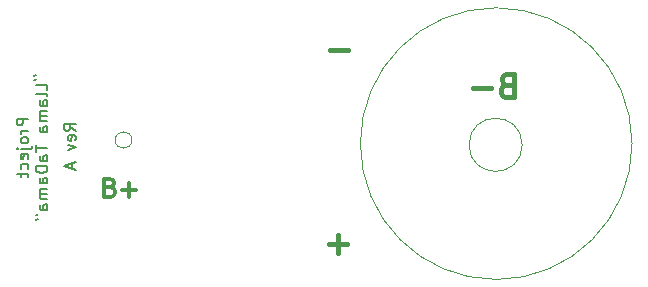
<source format=gbr>
%TF.GenerationSoftware,KiCad,Pcbnew,(6.0.0-rc1-314-g10be483430)*%
%TF.CreationDate,2021-12-09T18:24:32+11:00*%
%TF.ProjectId,project_llama,70726f6a-6563-4745-9f6c-6c616d612e6b,rev?*%
%TF.SameCoordinates,Original*%
%TF.FileFunction,Legend,Bot*%
%TF.FilePolarity,Positive*%
%FSLAX46Y46*%
G04 Gerber Fmt 4.6, Leading zero omitted, Abs format (unit mm)*
G04 Created by KiCad (PCBNEW (6.0.0-rc1-314-g10be483430)) date 2021-12-09 18:24:32*
%MOMM*%
%LPD*%
G01*
G04 APERTURE LIST*
%ADD10C,0.120000*%
%ADD11C,0.450000*%
%ADD12C,0.200000*%
%ADD13C,0.300000*%
G04 APERTURE END LIST*
D10*
X233051739Y-39900000D02*
G75*
G03*
X233051739Y-39900000I-11501739J0D01*
G01*
D11*
X208931904Y-48432857D02*
X207408095Y-48432857D01*
X208170000Y-49194761D02*
X208170000Y-47670952D01*
X222405238Y-34917142D02*
X222119523Y-35012380D01*
X222024285Y-35107619D01*
X221929047Y-35298095D01*
X221929047Y-35583809D01*
X222024285Y-35774285D01*
X222119523Y-35869523D01*
X222310000Y-35964761D01*
X223071904Y-35964761D01*
X223071904Y-33964761D01*
X222405238Y-33964761D01*
X222214761Y-34060000D01*
X222119523Y-34155238D01*
X222024285Y-34345714D01*
X222024285Y-34536190D01*
X222119523Y-34726666D01*
X222214761Y-34821904D01*
X222405238Y-34917142D01*
X223071904Y-34917142D01*
X221071904Y-35202857D02*
X219548095Y-35202857D01*
X208971904Y-31962857D02*
X207448095Y-31962857D01*
D12*
X181947380Y-37795238D02*
X180947380Y-37795238D01*
X180947380Y-38176190D01*
X180995000Y-38271428D01*
X181042619Y-38319047D01*
X181137857Y-38366666D01*
X181280714Y-38366666D01*
X181375952Y-38319047D01*
X181423571Y-38271428D01*
X181471190Y-38176190D01*
X181471190Y-37795238D01*
X181947380Y-38795238D02*
X181280714Y-38795238D01*
X181471190Y-38795238D02*
X181375952Y-38842857D01*
X181328333Y-38890476D01*
X181280714Y-38985714D01*
X181280714Y-39080952D01*
X181947380Y-39557142D02*
X181899761Y-39461904D01*
X181852142Y-39414285D01*
X181756904Y-39366666D01*
X181471190Y-39366666D01*
X181375952Y-39414285D01*
X181328333Y-39461904D01*
X181280714Y-39557142D01*
X181280714Y-39700000D01*
X181328333Y-39795238D01*
X181375952Y-39842857D01*
X181471190Y-39890476D01*
X181756904Y-39890476D01*
X181852142Y-39842857D01*
X181899761Y-39795238D01*
X181947380Y-39700000D01*
X181947380Y-39557142D01*
X181280714Y-40319047D02*
X182137857Y-40319047D01*
X182233095Y-40271428D01*
X182280714Y-40176190D01*
X182280714Y-40128571D01*
X180947380Y-40319047D02*
X180995000Y-40271428D01*
X181042619Y-40319047D01*
X180995000Y-40366666D01*
X180947380Y-40319047D01*
X181042619Y-40319047D01*
X181899761Y-41176190D02*
X181947380Y-41080952D01*
X181947380Y-40890476D01*
X181899761Y-40795238D01*
X181804523Y-40747619D01*
X181423571Y-40747619D01*
X181328333Y-40795238D01*
X181280714Y-40890476D01*
X181280714Y-41080952D01*
X181328333Y-41176190D01*
X181423571Y-41223809D01*
X181518809Y-41223809D01*
X181614047Y-40747619D01*
X181899761Y-42080952D02*
X181947380Y-41985714D01*
X181947380Y-41795238D01*
X181899761Y-41700000D01*
X181852142Y-41652380D01*
X181756904Y-41604761D01*
X181471190Y-41604761D01*
X181375952Y-41652380D01*
X181328333Y-41700000D01*
X181280714Y-41795238D01*
X181280714Y-41985714D01*
X181328333Y-42080952D01*
X181280714Y-42366666D02*
X181280714Y-42747619D01*
X180947380Y-42509523D02*
X181804523Y-42509523D01*
X181899761Y-42557142D01*
X181947380Y-42652380D01*
X181947380Y-42747619D01*
X182605000Y-34438095D02*
X182557380Y-34438095D01*
X182462142Y-34485714D01*
X182414523Y-34533333D01*
X182605000Y-34057142D02*
X182557380Y-34057142D01*
X182462142Y-34104761D01*
X182414523Y-34152380D01*
X183557380Y-35390476D02*
X183557380Y-34914285D01*
X182557380Y-34914285D01*
X183557380Y-35866666D02*
X183509761Y-35771428D01*
X183414523Y-35723809D01*
X182557380Y-35723809D01*
X183557380Y-36676190D02*
X183033571Y-36676190D01*
X182938333Y-36628571D01*
X182890714Y-36533333D01*
X182890714Y-36342857D01*
X182938333Y-36247619D01*
X183509761Y-36676190D02*
X183557380Y-36580952D01*
X183557380Y-36342857D01*
X183509761Y-36247619D01*
X183414523Y-36200000D01*
X183319285Y-36200000D01*
X183224047Y-36247619D01*
X183176428Y-36342857D01*
X183176428Y-36580952D01*
X183128809Y-36676190D01*
X183557380Y-37152380D02*
X182890714Y-37152380D01*
X182985952Y-37152380D02*
X182938333Y-37200000D01*
X182890714Y-37295238D01*
X182890714Y-37438095D01*
X182938333Y-37533333D01*
X183033571Y-37580952D01*
X183557380Y-37580952D01*
X183033571Y-37580952D02*
X182938333Y-37628571D01*
X182890714Y-37723809D01*
X182890714Y-37866666D01*
X182938333Y-37961904D01*
X183033571Y-38009523D01*
X183557380Y-38009523D01*
X183557380Y-38914285D02*
X183033571Y-38914285D01*
X182938333Y-38866666D01*
X182890714Y-38771428D01*
X182890714Y-38580952D01*
X182938333Y-38485714D01*
X183509761Y-38914285D02*
X183557380Y-38819047D01*
X183557380Y-38580952D01*
X183509761Y-38485714D01*
X183414523Y-38438095D01*
X183319285Y-38438095D01*
X183224047Y-38485714D01*
X183176428Y-38580952D01*
X183176428Y-38819047D01*
X183128809Y-38914285D01*
X182557380Y-40009523D02*
X182557380Y-40580952D01*
X183557380Y-40295238D02*
X182557380Y-40295238D01*
X183557380Y-41342857D02*
X183033571Y-41342857D01*
X182938333Y-41295238D01*
X182890714Y-41200000D01*
X182890714Y-41009523D01*
X182938333Y-40914285D01*
X183509761Y-41342857D02*
X183557380Y-41247619D01*
X183557380Y-41009523D01*
X183509761Y-40914285D01*
X183414523Y-40866666D01*
X183319285Y-40866666D01*
X183224047Y-40914285D01*
X183176428Y-41009523D01*
X183176428Y-41247619D01*
X183128809Y-41342857D01*
X183557380Y-41819047D02*
X182557380Y-41819047D01*
X182557380Y-42057142D01*
X182605000Y-42200000D01*
X182700238Y-42295238D01*
X182795476Y-42342857D01*
X182985952Y-42390476D01*
X183128809Y-42390476D01*
X183319285Y-42342857D01*
X183414523Y-42295238D01*
X183509761Y-42200000D01*
X183557380Y-42057142D01*
X183557380Y-41819047D01*
X183557380Y-43247619D02*
X183033571Y-43247619D01*
X182938333Y-43200000D01*
X182890714Y-43104761D01*
X182890714Y-42914285D01*
X182938333Y-42819047D01*
X183509761Y-43247619D02*
X183557380Y-43152380D01*
X183557380Y-42914285D01*
X183509761Y-42819047D01*
X183414523Y-42771428D01*
X183319285Y-42771428D01*
X183224047Y-42819047D01*
X183176428Y-42914285D01*
X183176428Y-43152380D01*
X183128809Y-43247619D01*
X183557380Y-43723809D02*
X182890714Y-43723809D01*
X182985952Y-43723809D02*
X182938333Y-43771428D01*
X182890714Y-43866666D01*
X182890714Y-44009523D01*
X182938333Y-44104761D01*
X183033571Y-44152380D01*
X183557380Y-44152380D01*
X183033571Y-44152380D02*
X182938333Y-44200000D01*
X182890714Y-44295238D01*
X182890714Y-44438095D01*
X182938333Y-44533333D01*
X183033571Y-44580952D01*
X183557380Y-44580952D01*
X183557380Y-45485714D02*
X183033571Y-45485714D01*
X182938333Y-45438095D01*
X182890714Y-45342857D01*
X182890714Y-45152380D01*
X182938333Y-45057142D01*
X183509761Y-45485714D02*
X183557380Y-45390476D01*
X183557380Y-45152380D01*
X183509761Y-45057142D01*
X183414523Y-45009523D01*
X183319285Y-45009523D01*
X183224047Y-45057142D01*
X183176428Y-45152380D01*
X183176428Y-45390476D01*
X183128809Y-45485714D01*
X182557380Y-45961904D02*
X182605000Y-45961904D01*
X182700238Y-45914285D01*
X182747857Y-45866666D01*
X182557380Y-46342857D02*
X182605000Y-46342857D01*
X182700238Y-46295238D01*
X182747857Y-46247619D01*
X185952380Y-38790476D02*
X185476190Y-38457142D01*
X185952380Y-38219047D02*
X184952380Y-38219047D01*
X184952380Y-38600000D01*
X185000000Y-38695238D01*
X185047619Y-38742857D01*
X185142857Y-38790476D01*
X185285714Y-38790476D01*
X185380952Y-38742857D01*
X185428571Y-38695238D01*
X185476190Y-38600000D01*
X185476190Y-38219047D01*
X185904761Y-39600000D02*
X185952380Y-39504761D01*
X185952380Y-39314285D01*
X185904761Y-39219047D01*
X185809523Y-39171428D01*
X185428571Y-39171428D01*
X185333333Y-39219047D01*
X185285714Y-39314285D01*
X185285714Y-39504761D01*
X185333333Y-39600000D01*
X185428571Y-39647619D01*
X185523809Y-39647619D01*
X185619047Y-39171428D01*
X185285714Y-39980952D02*
X185952380Y-40219047D01*
X185285714Y-40457142D01*
X185666666Y-41552380D02*
X185666666Y-42028571D01*
X185952380Y-41457142D02*
X184952380Y-41790476D01*
X185952380Y-42123809D01*
D13*
X188878571Y-43592857D02*
X189092857Y-43664285D01*
X189164285Y-43735714D01*
X189235714Y-43878571D01*
X189235714Y-44092857D01*
X189164285Y-44235714D01*
X189092857Y-44307142D01*
X188950000Y-44378571D01*
X188378571Y-44378571D01*
X188378571Y-42878571D01*
X188878571Y-42878571D01*
X189021428Y-42950000D01*
X189092857Y-43021428D01*
X189164285Y-43164285D01*
X189164285Y-43307142D01*
X189092857Y-43450000D01*
X189021428Y-43521428D01*
X188878571Y-43592857D01*
X188378571Y-43592857D01*
X189878571Y-43807142D02*
X191021428Y-43807142D01*
X190450000Y-44378571D02*
X190450000Y-43235714D01*
D10*
%TO.C,TP2*%
X223750000Y-40000000D02*
G75*
G03*
X223750000Y-40000000I-2250000J0D01*
G01*
%TO.C,TP1*%
X190700000Y-39600000D02*
G75*
G03*
X190700000Y-39600000I-700000J0D01*
G01*
%TD*%
M02*

</source>
